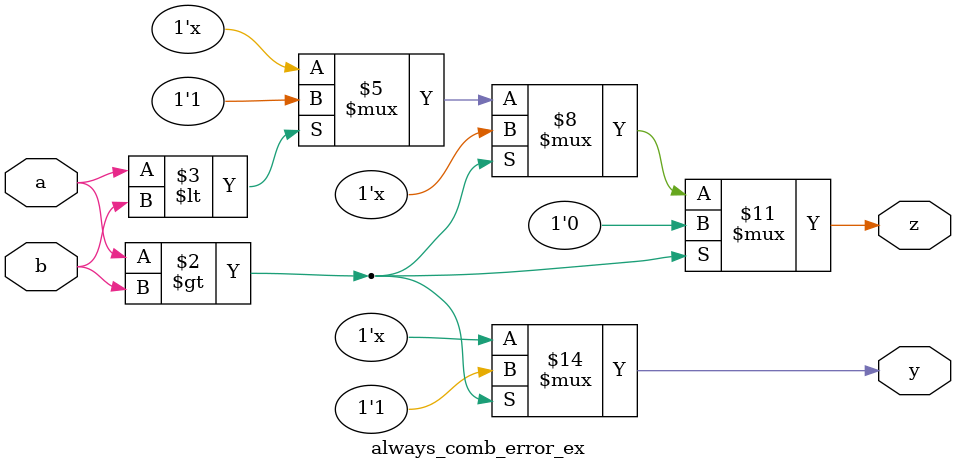
<source format=sv>
module always_comb_error_ex
(
    input logic a, b,
    output logic y, z
);

// Error (10166): SystemVerilog RTL Coding error at always_comb_error_ex.sv(13): always_comb 
// construct does not infer purely combinational logic
// Info (10041): Inferred latch for "z" at always_comb_error_ex.sv(17)
// Info (10041): Inferred latch for "y" at always_comb_error_ex.sv(17)
always_comb begin 
    if (a > b) begin 
        y = 1;
        z = 0;
    end
    else if (a < b) begin
        // y = 0;  // missing output will create latch
        z = 1;
    end
    // else begin   // missing 'else' block will create latch
        // y = 1;
        // z = 1;
    // end
end 

endmodule 
</source>
